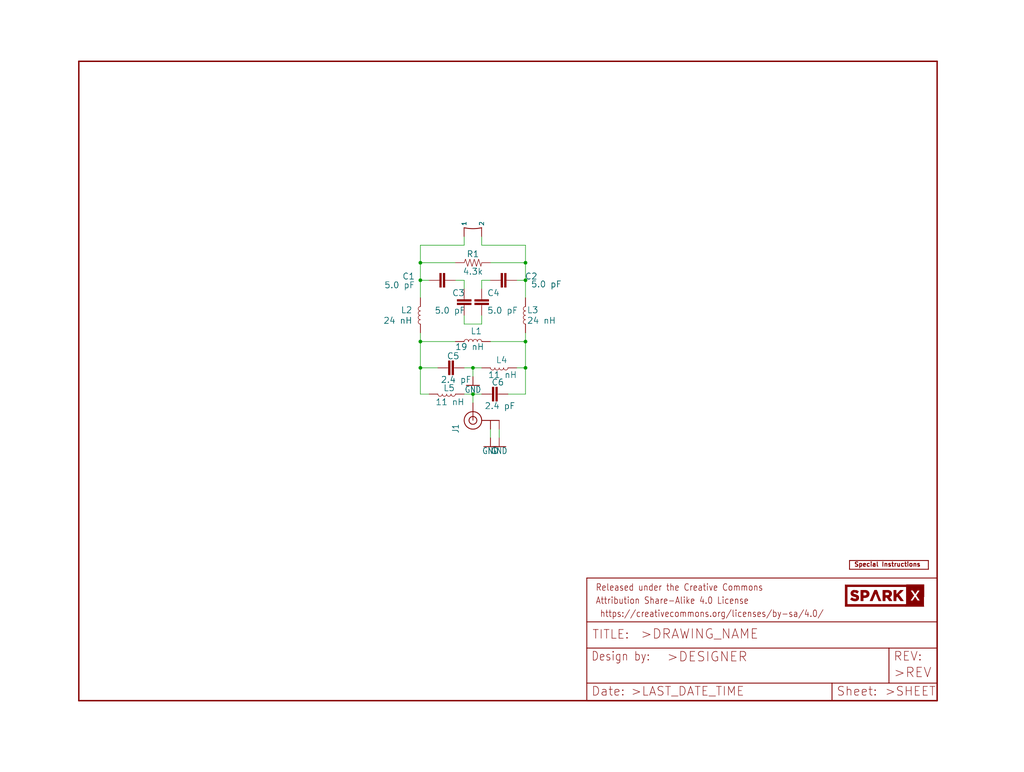
<source format=kicad_sch>
(kicad_sch (version 20211123) (generator eeschema)
  (paper "User" 297.002 223.926)
  (lib_symbols
    (symbol "eagleSchem-eagle-import:11NH-0603"
      (property "Value" "11NH-0603" (at 1.27 -2.54 0))
      (symbol "11NH-0603_1_0"
        (arc (start 0 -2.54) (mid 0.635 -1.905) (end 0 -1.27) (stroke (width 0.1524)))
        (arc (start 0 -1.27) (mid 0.635 -0.635) (end 0 0) (stroke (width 0.1524)))
        (arc (start 0 0) (mid 0.635 0.635) (end 0 1.27) (stroke (width 0.1524)))
        (arc (start 0 1.27) (mid 0.635 1.905) (end 0 2.54) (stroke (width 0.1524)))
        (pin passive line (at 0 5.08 270) (length 2.54) (name "1") (number "P$1"))
        (pin passive line (at 0 -5.08 90) (length 2.54) (name "2") (number "P$2"))
      )
    )
    (symbol "eagleSchem-eagle-import:19NH-0402"
      (property "Value" "19NH-0402" (at 1.27 -2.54 0))
      (symbol "19NH-0402_1_0"
        (arc (start 0 -2.54) (mid 0.635 -1.905) (end 0 -1.27) (stroke (width 0.1524)))
        (arc (start 0 -1.27) (mid 0.635 -0.635) (end 0 0) (stroke (width 0.1524)))
        (arc (start 0 0) (mid 0.635 0.635) (end 0 1.27) (stroke (width 0.1524)))
        (arc (start 0 1.27) (mid 0.635 1.905) (end 0 2.54) (stroke (width 0.1524)))
        (pin passive line (at 0 5.08 270) (length 2.54) (name "1") (number "P$1"))
        (pin passive line (at 0 -5.08 90) (length 2.54) (name "2") (number "P$2"))
      )
    )
    (symbol "eagleSchem-eagle-import:2.4PF-0402"
      (property "Value" "2.4PF-0402" (at 1.524 -2.159 0))
      (symbol "2.4PF-0402_1_0"
        (rectangle (start -2.032 0.508) (end 2.032 1.016) (fill (type outline)))
        (rectangle (start -2.032 1.524) (end 2.032 2.032) (fill (type outline)))
        (polyline (pts (xy 0 0) (xy 0 0.508)) (stroke (width 0.1524)))
        (polyline (pts (xy 0 2.54) (xy 0 2.032)) (stroke (width 0.1524)))
        (pin passive line (at 0 5.08 270) (length 2.54) (name "1") (number "P$1"))
        (pin passive line (at 0 -2.54 90) (length 2.54) (name "2") (number "P$2"))
      )
    )
    (symbol "eagleSchem-eagle-import:24NH-0603"
      (property "Value" "24NH-0603" (at 1.27 -2.54 0))
      (symbol "24NH-0603_1_0"
        (arc (start 0 -2.54) (mid 0.635 -1.905) (end 0 -1.27) (stroke (width 0.1524)))
        (arc (start 0 -1.27) (mid 0.635 -0.635) (end 0 0) (stroke (width 0.1524)))
        (arc (start 0 0) (mid 0.635 0.635) (end 0 1.27) (stroke (width 0.1524)))
        (arc (start 0 1.27) (mid 0.635 1.905) (end 0 2.54) (stroke (width 0.1524)))
        (pin passive line (at 0 5.08 270) (length 2.54) (name "1") (number "P$1"))
        (pin passive line (at 0 -5.08 90) (length 2.54) (name "2") (number "P$2"))
      )
    )
    (symbol "eagleSchem-eagle-import:4.3KOHM-0402"
      (property "Reference" "R" (at 0 1.524 0))
      (property "Value" "4.3KOHM-0402" (at 0 -1.524 0))
      (symbol "4.3KOHM-0402_1_0"
        (polyline (pts (xy -2.54 0) (xy -2.159 1.016)) (stroke (width 0.1524)))
        (polyline (pts (xy -2.159 1.016) (xy -1.524 -1.016)) (stroke (width 0.1524)))
        (polyline (pts (xy -1.524 -1.016) (xy -0.889 1.016)) (stroke (width 0.1524)))
        (polyline (pts (xy -0.889 1.016) (xy -0.254 -1.016)) (stroke (width 0.1524)))
        (polyline (pts (xy -0.254 -1.016) (xy 0.381 1.016)) (stroke (width 0.1524)))
        (polyline (pts (xy 0.381 1.016) (xy 1.016 -1.016)) (stroke (width 0.1524)))
        (polyline (pts (xy 1.016 -1.016) (xy 1.651 1.016)) (stroke (width 0.1524)))
        (polyline (pts (xy 1.651 1.016) (xy 2.286 -1.016)) (stroke (width 0.1524)))
        (polyline (pts (xy 2.286 -1.016) (xy 2.54 0)) (stroke (width 0.1524)))
        (pin passive line (at -5.08 0 0) (length 2.54) (name "1") (number "P$1"))
        (pin passive line (at 5.08 0 180) (length 2.54) (name "2") (number "P$2"))
      )
    )
    (symbol "eagleSchem-eagle-import:5.0PF-0402"
      (property "Value" "5.0PF-0402" (at 1.524 -2.159 0))
      (symbol "5.0PF-0402_1_0"
        (rectangle (start -2.032 0.508) (end 2.032 1.016) (fill (type outline)))
        (rectangle (start -2.032 1.524) (end 2.032 2.032) (fill (type outline)))
        (polyline (pts (xy 0 0) (xy 0 0.508)) (stroke (width 0.1524)))
        (polyline (pts (xy 0 2.54) (xy 0 2.032)) (stroke (width 0.1524)))
        (pin passive line (at 0 5.08 270) (length 2.54) (name "1") (number "P$1"))
        (pin passive line (at 0 -2.54 90) (length 2.54) (name "2") (number "P$2"))
      )
    )
    (symbol "eagleSchem-eagle-import:ANTENNA"
      (symbol "ANTENNA_1_0"
        (arc (start -2.54 0) (mid 0 -0.2788) (end 2.54 0) (stroke (width 0.254)))
        (pin bidirectional line (at -2.54 -2.54 90) (length 2.54) (name "1") (number "P$1"))
        (pin bidirectional line (at 2.54 -2.54 90) (length 2.54) (name "2") (number "P$2"))
        (pin bidirectional line (at -2.54 -2.54 90) (length 2.54) (name "1") (number "P$3"))
        (pin bidirectional line (at 2.54 -2.54 90) (length 2.54) (name "2") (number "P$4"))
      )
    )
    (symbol "eagleSchem-eagle-import:FRAME-LETTER"
      (symbol "FRAME-LETTER_1_0"
        (polyline (pts (xy 0 0) (xy 248.92 0)) (stroke (width 0.4064)))
        (polyline (pts (xy 0 185.42) (xy 0 0)) (stroke (width 0.4064)))
        (polyline (pts (xy 0 185.42) (xy 248.92 185.42)) (stroke (width 0.4064)))
        (polyline (pts (xy 248.92 185.42) (xy 248.92 0)) (stroke (width 0.4064)))
      )
      (symbol "FRAME-LETTER_2_0"
        (polyline (pts (xy 0 0) (xy 0 5.08)) (stroke (width 0.254)))
        (polyline (pts (xy 0 0) (xy 71.12 0)) (stroke (width 0.254)))
        (polyline (pts (xy 0 5.08) (xy 0 15.24)) (stroke (width 0.254)))
        (polyline (pts (xy 0 5.08) (xy 71.12 5.08)) (stroke (width 0.254)))
        (polyline (pts (xy 0 15.24) (xy 0 22.86)) (stroke (width 0.254)))
        (polyline (pts (xy 0 22.86) (xy 0 35.56)) (stroke (width 0.254)))
        (polyline (pts (xy 0 22.86) (xy 101.6 22.86)) (stroke (width 0.254)))
        (polyline (pts (xy 71.12 0) (xy 101.6 0)) (stroke (width 0.254)))
        (polyline (pts (xy 71.12 5.08) (xy 71.12 0)) (stroke (width 0.254)))
        (polyline (pts (xy 71.12 5.08) (xy 87.63 5.08)) (stroke (width 0.254)))
        (polyline (pts (xy 87.63 5.08) (xy 101.6 5.08)) (stroke (width 0.254)))
        (polyline (pts (xy 87.63 15.24) (xy 0 15.24)) (stroke (width 0.254)))
        (polyline (pts (xy 87.63 15.24) (xy 87.63 5.08)) (stroke (width 0.254)))
        (polyline (pts (xy 101.6 5.08) (xy 101.6 0)) (stroke (width 0.254)))
        (polyline (pts (xy 101.6 15.24) (xy 87.63 15.24)) (stroke (width 0.254)))
        (polyline (pts (xy 101.6 15.24) (xy 101.6 5.08)) (stroke (width 0.254)))
        (polyline (pts (xy 101.6 22.86) (xy 101.6 15.24)) (stroke (width 0.254)))
        (polyline (pts (xy 101.6 35.56) (xy 0 35.56)) (stroke (width 0.254)))
        (polyline (pts (xy 101.6 35.56) (xy 101.6 22.86)) (stroke (width 0.254)))
        (text " https://creativecommons.org/licenses/by-sa/4.0/" (at 2.54 24.13 0) (effects (font (size 1.9304 1.6408)) (justify left bottom)))
        (text ">DESIGNER" (at 23.114 11.176 0) (effects (font (size 2.7432 2.7432)) (justify left bottom)))
        (text ">DRAWING_NAME" (at 15.494 17.78 0) (effects (font (size 2.7432 2.7432)) (justify left bottom)))
        (text ">LAST_DATE_TIME" (at 12.7 1.27 0) (effects (font (size 2.54 2.54)) (justify left bottom)))
        (text ">REV" (at 88.9 6.604 0) (effects (font (size 2.7432 2.7432)) (justify left bottom)))
        (text ">SHEET" (at 86.36 1.27 0) (effects (font (size 2.54 2.54)) (justify left bottom)))
        (text "Attribution Share-Alike 4.0 License" (at 2.54 27.94 0) (effects (font (size 1.9304 1.6408)) (justify left bottom)))
        (text "Date:" (at 1.27 1.27 0) (effects (font (size 2.54 2.54)) (justify left bottom)))
        (text "Design by:" (at 1.27 11.43 0) (effects (font (size 2.54 2.159)) (justify left bottom)))
        (text "Released under the Creative Commons" (at 2.54 31.75 0) (effects (font (size 1.9304 1.6408)) (justify left bottom)))
        (text "REV:" (at 88.9 11.43 0) (effects (font (size 2.54 2.54)) (justify left bottom)))
        (text "Sheet:" (at 72.39 1.27 0) (effects (font (size 2.54 2.54)) (justify left bottom)))
        (text "TITLE:" (at 1.524 17.78 0) (effects (font (size 2.54 2.54)) (justify left bottom)))
      )
    )
    (symbol "eagleSchem-eagle-import:GND" (power)
      (property "Value" "GND" (at 0 -0.254 0))
      (symbol "GND_1_0"
        (polyline (pts (xy -1.905 0) (xy 1.905 0)) (stroke (width 0.254)))
        (pin power_in line (at 0 2.54 270) (length 2.54) (name "GND") (number "1"))
      )
    )
    (symbol "eagleSchem-eagle-import:SPARKX-LOGO5"
      (symbol "SPARKX-LOGO5_1_0"
        (polyline (pts (xy -7.8625 0.7515) (xy -8.05 0.7515) (xy -7.9141 0.6766)) (fill (type outline)))
        (polyline (pts (xy -1.9397 0.7515) (xy -2.2814 1.5544) (xy -2.9032 1.5544) (xy -3.2451 0.7515)) (fill (type outline)))
        (polyline (pts (xy 3.3489 0.7515) (xy 3.3489 1.5316) (xy 2.6746 1.5316) (xy 2.6746 0.7515)) (fill (type outline)))
        (polyline (pts (xy 4.6578 0.7515) (xy 5.4063 1.5316) (xy 4.5925 1.5316) (xy 3.8684 0.7515)) (fill (type outline)))
        (polyline (pts (xy -1.9397 0.7515) (xy -3.2451 0.7515) (xy -4.2176 -1.5339) (xy -3.5295 -1.5339) (xy -2.6014 0.7429) (xy -1.6733 -1.5339) (xy -0.9669 -1.5339)) (fill (type outline)))
        (polyline (pts (xy 4.6578 0.7515) (xy 3.8684 0.7515) (xy 3.3489 0.192) (xy 3.3489 0.7515) (xy 2.6746 0.7515) (xy 2.6746 -1.5339) (xy 3.3489 -1.5339) (xy 3.3489 -0.5966) (xy 3.7033 -0.2286) (xy 4.6542 -1.5339) (xy 5.4635 -1.5339) (xy 4.1582 0.2308)) (fill (type outline)))
        (polyline (pts (xy 11.43 -0.3081) (xy 9.5125 -0.3081) (xy 10.3487 -1.5339) (xy 10.3441 -1.5339) (xy 9.5554 -1.5339) (xy 8.8673 -0.4823) (xy 8.1747 -1.5339) (xy 7.4089 -1.5339) (xy 8.2501 -0.3081) (xy 6.323 -0.3081) (xy 6.323 -2.5763) (xy 6.1173 -2.5763) (xy 6.1173 -3.1638) (xy 6.323 -3.1638) (xy 11.43 -3.1638)) (fill (type outline)))
        (polyline (pts (xy -4.4884 0.7515) (xy -4.5331 0.9052) (xy -4.6316 1.0868) (xy -4.7663 1.2412) (xy -4.9339 1.3652) (xy -5.1343 1.4584) (xy -5.3657 1.5161) (xy -5.6281 1.5361) (xy -6.8808 1.5361) (xy -6.8808 0.7515) (xy -6.2042 0.7515) (xy -6.2042 0.9235) (xy -5.6829 0.9235) (xy -5.4556 0.894) (xy -5.2829 0.8046) (xy -5.2428 0.7515)) (fill (type outline)))
        (polyline (pts (xy 2.0431 0.7515) (xy 1.9885 0.9438) (xy 1.8935 1.117) (xy 1.7602 1.2641) (xy 1.5925 1.3812) (xy 1.3947 1.4648) (xy 1.1663 1.5148) (xy 0.9075 1.5316) (xy -0.4937 1.5316) (xy -0.4937 0.7515) (xy 0.1805 0.7515) (xy 0.1805 0.9235) (xy 0.8503 0.9235) (xy 1.0734 0.8961) (xy 1.2412 0.8138) (xy 1.2887 0.7515)) (fill (type outline)))
        (polyline (pts (xy -11.43 3.1638) (xy -11.43 -3.1638) (xy 6.1173 -3.1638) (xy 6.1173 -2.5763) (xy -10.8424 -2.5763) (xy -10.8424 2.5763) (xy 6.323 2.5763) (xy 6.323 -0.3081) (xy 8.2501 -0.3081) (xy 8.4787 0.0251) (xy 7.4546 1.5316) (xy 8.2433 1.5316) (xy 8.8879 0.5372) (xy 9.5371 1.5316) (xy 10.303 1.5316) (xy 9.2788 0.0342) (xy 9.5125 -0.3081) (xy 11.43 -0.3081) (xy 11.43 3.1638) (xy 6.323 3.1638)) (fill (type outline)))
        (polyline (pts (xy -8.7028 1.5727) (xy -8.9291 1.556) (xy -9.1348 1.5064) (xy -9.3177 1.4264) (xy -9.4731 1.319) (xy -9.5984 1.1849) (xy -9.6926 1.0287) (xy -9.7513 0.8501) (xy -9.7607 0.7515) (xy -9.0934 0.7515) (xy -9.0784 0.8153) (xy -9.0045 0.9006) (xy -8.8811 0.9583) (xy -8.7096 0.9784) (xy -8.513 0.958) (xy -8.3164 0.8983) (xy -8.05 0.7515) (xy -7.8625 0.7515) (xy -7.5643 1.1841) (xy -7.8127 1.3505) (xy -8.0832 1.4721) (xy -8.3792 1.5473)) (fill (type outline)))
        (polyline (pts (xy 2.0431 0.7515) (xy 1.2887 0.7515) (xy 1.3462 0.6766) (xy 1.3807 0.4846) (xy 1.3807 0.4777) (xy 1.3479 0.3012) (xy 1.2481 0.1623) (xy 1.0853 0.0736) (xy 0.8641 0.0434) (xy 0.1805 0.0434) (xy 0.1805 0.7515) (xy -0.4937 0.7515) (xy -0.4937 -1.5339) (xy 0.1805 -1.5339) (xy 0.1805 -0.5532) (xy 0.7109 -0.5532) (xy 1.367 -1.5339) (xy 2.1556 -1.5339) (xy 1.4058 -0.4389) (xy 1.6718 -0.2981) (xy 1.8813 -0.096) (xy 2.0182 0.1724) (xy 2.0642 0.5097) (xy 2.0642 0.5189) (xy 2.0454 0.7442)) (fill (type outline)))
        (polyline (pts (xy -4.4884 0.7515) (xy -5.2428 0.7515) (xy -5.1729 0.6593) (xy -5.1366 0.4594) (xy -5.1366 0.4503) (xy -5.1711 0.2692) (xy -5.276 0.1188) (xy -5.4444 0.019) (xy -5.6692 -0.0137) (xy -6.2042 -0.0137) (xy -6.2042 0.7515) (xy -6.8808 0.7515) (xy -6.8808 -1.5293) (xy -6.2064 -1.5293) (xy -6.2064 -0.6103) (xy -5.6944 -0.6103) (xy -5.4444 -0.593) (xy -5.2097 -0.5417) (xy -4.9987 -0.4564) (xy -4.8166 -0.3383) (xy -4.6659 -0.1854) (xy -4.5514 0) (xy -4.4795 0.2179) (xy -4.4554 0.4686) (xy -4.4531 0.464) (xy -4.4531 0.4732) (xy -4.4734 0.6995)) (fill (type outline)))
        (polyline (pts (xy -9.0934 0.7515) (xy -9.7607 0.7515) (xy -9.7703 0.6492) (xy -9.7703 0.64) (xy -9.7518 0.4312) (xy -9.6972 0.2583) (xy -9.61 0.1173) (xy -9.4937 0.0022) (xy -9.1737 -0.1714) (xy -8.7508 -0.2994) (xy -8.4376 -0.3909) (xy -8.2478 -0.4777) (xy -8.1564 -0.5715) (xy -8.1313 -0.688) (xy -8.1313 -0.6972) (xy -8.1605 -0.8188) (xy -8.2478 -0.9098) (xy -8.3873 -0.9674) (xy -8.5747 -0.9875) (xy -8.8275 -0.9621) (xy -9.0594 -0.8869) (xy -9.2781 -0.7688) (xy -9.4914 -0.6149) (xy -9.8892 -1.0927) (xy -9.5984 -1.3103) (xy -9.2765 -1.463) (xy -8.9359 -1.5537) (xy -8.5885 -1.5841) (xy -8.3499 -1.5684) (xy -8.1335 -1.5201) (xy -7.9428 -1.4424) (xy -7.7792 -1.3373) (xy -7.6474 -1.2024) (xy -7.5483 -1.0401) (xy -7.4866 -0.8498) (xy -7.466 -0.6355) (xy -7.466 -0.6263) (xy -7.466 -0.6172) (xy -7.4818 -0.43) (xy -7.53 -0.272) (xy -7.6095 -0.1369) (xy -7.7198 -0.0205) (xy -8.0261 0.1623) (xy -8.4421 0.2994) (xy -8.769 0.3909) (xy -8.9725 0.4732) (xy -9.0754 0.5715) (xy -9.1028 0.7018) (xy -9.1028 0.7109)) (fill (type outline)))
      )
    )
    (symbol "eagleSchem-eagle-import:SPECIAL_INSTRUCTIONS-ORDERING"
      (symbol "SPECIAL_INSTRUCTIONS-ORDERING_1_0"
        (polyline (pts (xy 0 0) (xy 0 2.54)) (stroke (width 0.254)))
        (polyline (pts (xy 0 2.54) (xy 22.86 2.54)) (stroke (width 0.254)))
        (polyline (pts (xy 22.86 0) (xy 0 0)) (stroke (width 0.254)))
        (polyline (pts (xy 22.86 2.54) (xy 22.86 0)) (stroke (width 0.254)))
        (text "Special Instructions" (at 1.27 0.6985 0) (effects (font (size 1.27 1.27) (thickness 0.254) bold) (justify left bottom)))
      )
    )
    (symbol "eagleSchem-eagle-import:U.FL"
      (property "Reference" "J" (at -3.81 4.064 0))
      (symbol "U.FL_1_0"
        (polyline (pts (xy 0 -2.54) (xy 0 -7.62)) (stroke (width 0.254)))
        (circle (center 0 0) (radius 1.1359) (stroke (width 0.254)))
        (circle (center 0 0) (radius 2.54) (stroke (width 0.254)))
        (pin bidirectional line (at -2.54 -5.08 0) (length 2.54) (name "GND@0") (number "1"))
        (pin bidirectional line (at -2.54 -7.62 0) (length 2.54) (name "GND@1") (number "2"))
        (pin bidirectional line (at 5.08 0 180) (length 5.08) (name "SIGNAL") (number "FEED"))
      )
    )
  )
  (junction (at 152.4 99.06))
  (junction (at 137.16 114.3))
  (junction (at 121.92 76.2))
  (junction (at 121.92 106.68))
  (junction (at 152.4 76.2))
  (junction (at 152.4 81.28))
  (junction (at 121.92 99.06))
  (junction (at 152.4 106.68))
  (junction (at 121.92 81.28))
  (junction (at 137.16 106.68))
  (wire (pts (xy 121.92 86.36) (xy 121.92 81.28)))
  (wire (pts (xy 149.86 81.28) (xy 152.4 81.28)))
  (wire (pts (xy 134.62 114.3) (xy 137.16 114.3)))
  (wire (pts (xy 121.92 106.68) (xy 121.92 114.3)))
  (wire (pts (xy 132.08 76.2) (xy 121.92 76.2)))
  (wire (pts (xy 127 106.68) (xy 121.92 106.68)))
  (wire (pts (xy 124.46 81.28) (xy 121.92 81.28)))
  (wire (pts (xy 152.4 99.06) (xy 152.4 96.52)))
  (wire (pts (xy 121.92 81.28) (xy 121.92 76.2)))
  (wire (pts (xy 121.92 71.12) (xy 134.62 71.12)))
  (wire (pts (xy 139.7 81.28) (xy 142.24 81.28)))
  (wire (pts (xy 132.08 81.28) (xy 134.62 81.28)))
  (wire (pts (xy 139.7 83.82) (xy 139.7 81.28)))
  (wire (pts (xy 137.16 109.22) (xy 137.16 106.68)))
  (wire (pts (xy 134.62 91.44) (xy 134.62 93.98)))
  (wire (pts (xy 134.62 71.12) (xy 134.62 68.58)))
  (wire (pts (xy 134.62 81.28) (xy 134.62 83.82)))
  (wire (pts (xy 134.62 106.68) (xy 137.16 106.68)))
  (wire (pts (xy 152.4 71.12) (xy 152.4 76.2)))
  (wire (pts (xy 137.16 106.68) (xy 139.7 106.68)))
  (wire (pts (xy 121.92 114.3) (xy 124.46 114.3)))
  (wire (pts (xy 137.16 114.3) (xy 137.16 116.84)))
  (wire (pts (xy 152.4 71.12) (xy 139.7 71.12)))
  (wire (pts (xy 147.32 114.3) (xy 152.4 114.3)))
  (wire (pts (xy 152.4 86.36) (xy 152.4 81.28)))
  (wire (pts (xy 132.08 99.06) (xy 121.92 99.06)))
  (wire (pts (xy 121.92 99.06) (xy 121.92 106.68)))
  (wire (pts (xy 144.78 124.46) (xy 144.78 127)))
  (wire (pts (xy 152.4 114.3) (xy 152.4 106.68)))
  (wire (pts (xy 139.7 93.98) (xy 139.7 91.44)))
  (wire (pts (xy 142.24 99.06) (xy 152.4 99.06)))
  (wire (pts (xy 121.92 71.12) (xy 121.92 76.2)))
  (wire (pts (xy 142.24 124.46) (xy 142.24 127)))
  (wire (pts (xy 152.4 106.68) (xy 152.4 99.06)))
  (wire (pts (xy 142.24 76.2) (xy 152.4 76.2)))
  (wire (pts (xy 121.92 99.06) (xy 121.92 96.52)))
  (wire (pts (xy 134.62 93.98) (xy 139.7 93.98)))
  (wire (pts (xy 152.4 81.28) (xy 152.4 76.2)))
  (wire (pts (xy 139.7 71.12) (xy 139.7 68.58)))
  (wire (pts (xy 137.16 114.3) (xy 139.7 114.3)))
  (wire (pts (xy 149.86 106.68) (xy 152.4 106.68)))
  (symbol (lib_id "eagleSchem-eagle-import:5.0PF-0402") (at 139.7 88.9 0) (unit 1)
    (property "Reference" "C4" (at 141.224 85.979 0) (effects (font (size 1.778 1.778)) (justify left bottom)))
    (property "Value" "5.0 pF" (at 141.224 91.059 0) (effects (font (size 1.778 1.778)) (justify left bottom)))
    (property "Footprint" "eagleSchem:0402_MURATA" (effects hide))
  )
  (symbol (lib_id "eagleSchem-eagle-import:19NH-0402") (at 137.16 99.06 90) (unit 1)
    (property "Reference" "L1" (at 136.398 97.028 90) (effects (font (size 1.778 1.778)) (justify right top)))
    (property "Value" "19 nH" (at 140.462 101.6 90) (effects (font (size 1.778 1.778)) (justify left top)))
    (property "Footprint" "eagleSchem:0402_MURATA" (effects hide))
  )
  (symbol (lib_id "eagleSchem-eagle-import:2.4PF-0402") (at 129.54 106.68 270) (unit 1)
    (property "Reference" "C5" (at 129.54 104.267 90) (effects (font (size 1.778 1.778)) (justify left bottom)))
    (property "Value" "2.4 pF" (at 127.762 111.125 90) (effects (font (size 1.778 1.778)) (justify left bottom)))
    (property "Footprint" "eagleSchem:0402_MURATA" (effects hide))
  )
  (symbol (lib_id "eagleSchem-eagle-import:5.0PF-0402") (at 147.32 81.28 90) (unit 1)
    (property "Reference" "C2" (at 155.956 79.121 90) (effects (font (size 1.778 1.778)) (justify left bottom)))
    (property "Value" "5.0 pF" (at 153.924 83.439 90) (effects (font (size 1.778 1.778)) (justify right top)))
    (property "Footprint" "eagleSchem:0402_MURATA" (effects hide))
  )
  (symbol (lib_id "eagleSchem-eagle-import:4.3KOHM-0402") (at 137.16 76.2 0) (unit 1)
    (property "Reference" "R1" (at 137.16 74.676 0) (effects (font (size 1.778 1.778)) (justify bottom)))
    (property "Value" "4.3k" (at 137.16 77.724 0) (effects (font (size 1.778 1.778)) (justify top)))
    (property "Footprint" "eagleSchem:0402_MURATA" (effects hide))
  )
  (symbol (lib_id "eagleSchem-eagle-import:GND") (at 144.78 129.54 0) (unit 1)
    (property "Reference" "#GND3" (effects hide))
    (property "Value" "GND" (at 144.78 129.794 0) (effects (font (size 1.778 1.5113)) (justify top)))
    (property "Footprint" "eagleSchem:" (effects hide))
  )
  (symbol (lib_id "eagleSchem-eagle-import:SPECIAL_INSTRUCTIONS-ORDERING") (at 246.38 165.1 0) (unit 1)
    (property "Reference" "U$2" (effects hide))
    (property "Value" "SPECIAL_INSTRUCTIONS-ORDERING" (effects hide))
    (property "Footprint" "eagleSchem:ORDERING_INSTRUCTIONS" (effects hide))
  )
  (symbol (lib_id "eagleSchem-eagle-import:SPARKX-LOGO5") (at 256.54 172.72 0) (unit 1)
    (property "Reference" "U$12" (effects hide))
    (property "Value" "SPARKX-LOGO5" (effects hide))
    (property "Footprint" "eagleSchem:SPARKX-LARGE" (effects hide))
  )
  (symbol (lib_id "eagleSchem-eagle-import:24NH-0603") (at 121.92 91.44 180) (unit 1)
    (property "Reference" "L2" (at 119.634 88.9 0) (effects (font (size 1.778 1.778)) (justify left bottom)))
    (property "Value" "24 nH" (at 119.634 93.98 0) (effects (font (size 1.778 1.778)) (justify left top)))
    (property "Footprint" "eagleSchem:0603_MURATA" (effects hide))
  )
  (symbol (lib_id "eagleSchem-eagle-import:11NH-0603") (at 129.54 114.3 270) (unit 1)
    (property "Reference" "L5" (at 128.524 113.538 90) (effects (font (size 1.778 1.778)) (justify left bottom)))
    (property "Value" "11 nH" (at 126.238 115.57 90) (effects (font (size 1.778 1.778)) (justify left top)))
    (property "Footprint" "eagleSchem:0603_MURATA" (effects hide))
  )
  (symbol (lib_id "eagleSchem-eagle-import:U.FL") (at 137.16 121.92 90) (unit 1)
    (property "Reference" "J1" (at 133.096 125.73 0) (effects (font (size 1.778 1.5113)) (justify left bottom)))
    (property "Value" "U.FL" (effects hide))
    (property "Footprint" "eagleSchem:U.FL" (effects hide))
  )
  (symbol (lib_id "eagleSchem-eagle-import:ANTENNA") (at 137.16 66.04 0) (unit 1)
    (property "Reference" "U$1" (effects hide))
    (property "Value" "ANTENNA" (effects hide))
    (property "Footprint" "eagleSchem:ANT" (effects hide))
  )
  (symbol (lib_id "eagleSchem-eagle-import:5.0PF-0402") (at 129.54 81.28 90) (unit 1)
    (property "Reference" "C1" (at 120.396 79.121 90) (effects (font (size 1.778 1.778)) (justify left bottom)))
    (property "Value" "5.0 pF" (at 120.396 81.661 90) (effects (font (size 1.778 1.778)) (justify left bottom)))
    (property "Footprint" "eagleSchem:0402_MURATA" (effects hide))
  )
  (symbol (lib_id "eagleSchem-eagle-import:FRAME-LETTER") (at 22.86 203.2 0) (unit 1)
    (property "Reference" "FRAME1" (effects hide))
    (property "Value" "FRAME-LETTER" (effects hide))
    (property "Footprint" "eagleSchem:CREATIVE_COMMONS" (effects hide))
    (property "Value" "FRAME-LETTER" (effects hide))
    (property "Value" "FRAME-LETTER" (effects hide))
  )
  (symbol (lib_id "eagleSchem-eagle-import:11NH-0603") (at 144.78 106.68 270) (unit 1)
    (property "Reference" "L4" (at 143.764 105.41 90) (effects (font (size 1.778 1.778)) (justify left bottom)))
    (property "Value" "11 nH" (at 141.478 107.696 90) (effects (font (size 1.778 1.778)) (justify left top)))
    (property "Footprint" "eagleSchem:0603_MURATA" (effects hide))
  )
  (symbol (lib_id "eagleSchem-eagle-import:GND") (at 142.24 129.54 0) (unit 1)
    (property "Reference" "#GND2" (effects hide))
    (property "Value" "GND" (at 142.24 129.794 0) (effects (font (size 1.778 1.5113)) (justify top)))
    (property "Footprint" "eagleSchem:" (effects hide))
  )
  (symbol (lib_id "eagleSchem-eagle-import:24NH-0603") (at 152.4 91.44 180) (unit 1)
    (property "Reference" "L3" (at 156.21 88.9 0) (effects (font (size 1.778 1.778)) (justify left bottom)))
    (property "Value" "24 nH" (at 161.29 93.98 0) (effects (font (size 1.778 1.778)) (justify left top)))
    (property "Footprint" "eagleSchem:0603_MURATA" (effects hide))
  )
  (symbol (lib_id "eagleSchem-eagle-import:GND") (at 137.16 111.76 0) (unit 1)
    (property "Reference" "#GND1" (effects hide))
    (property "Value" "GND" (at 137.16 112.014 0) (effects (font (size 1.778 1.5113)) (justify top)))
    (property "Footprint" "eagleSchem:" (effects hide))
  )
  (symbol (lib_id "eagleSchem-eagle-import:5.0PF-0402") (at 134.62 88.9 0) (unit 1)
    (property "Reference" "C3" (at 131.064 85.979 0) (effects (font (size 1.778 1.778)) (justify left bottom)))
    (property "Value" "5.0 pF" (at 125.984 91.059 0) (effects (font (size 1.778 1.778)) (justify left bottom)))
    (property "Footprint" "eagleSchem:0402_MURATA" (effects hide))
  )
  (symbol (lib_id "eagleSchem-eagle-import:FRAME-LETTER") (at 170.18 203.2 0) (unit 2)
    (property "Reference" "FRAME1" (effects hide))
    (property "Value" "FRAME-LETTER" (effects hide))
    (property "Footprint" "eagleSchem:CREATIVE_COMMONS" (effects hide))
    (property "Value" "FRAME-LETTER" (effects hide))
    (property "Value" "FRAME-LETTER" (effects hide))
  )
  (symbol (lib_id "eagleSchem-eagle-import:2.4PF-0402") (at 142.24 114.3 270) (unit 1)
    (property "Reference" "C6" (at 142.494 111.887 90) (effects (font (size 1.778 1.778)) (justify left bottom)))
    (property "Value" "2.4 pF" (at 140.462 118.745 90) (effects (font (size 1.778 1.778)) (justify left bottom)))
    (property "Footprint" "eagleSchem:0402_MURATA" (effects hide))
  )
)
</source>
